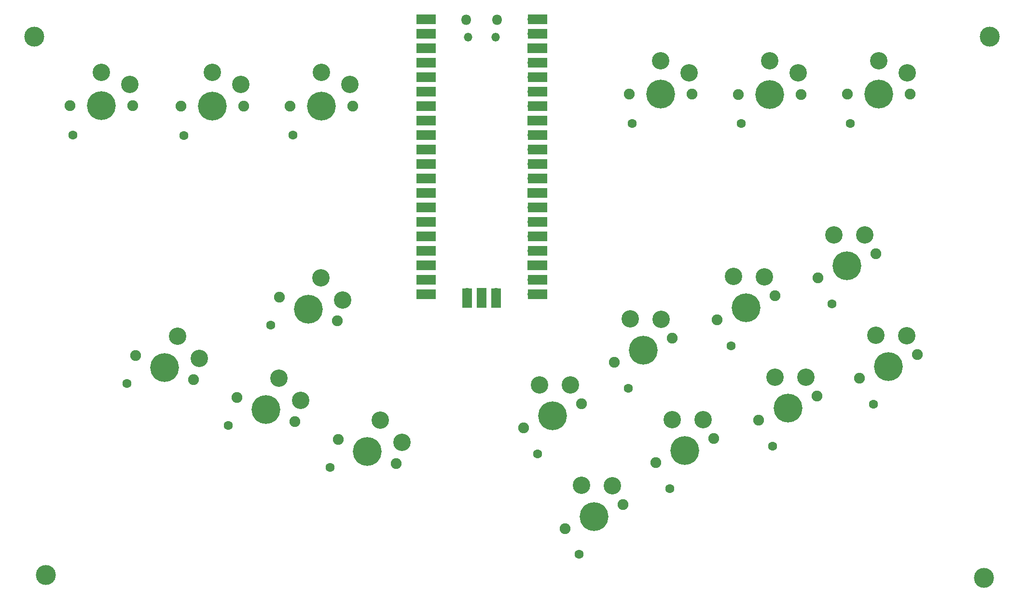
<source format=gbr>
%TF.GenerationSoftware,KiCad,Pcbnew,7.0.5*%
%TF.CreationDate,2023-08-06T16:06:22-05:00*%
%TF.ProjectId,NanoSwap,4e616e6f-5377-4617-902e-6b696361645f,rev?*%
%TF.SameCoordinates,Original*%
%TF.FileFunction,Soldermask,Top*%
%TF.FilePolarity,Negative*%
%FSLAX46Y46*%
G04 Gerber Fmt 4.6, Leading zero omitted, Abs format (unit mm)*
G04 Created by KiCad (PCBNEW 7.0.5) date 2023-08-06 16:06:22*
%MOMM*%
%LPD*%
G01*
G04 APERTURE LIST*
%ADD10C,1.900000*%
%ADD11C,1.600000*%
%ADD12C,3.050000*%
%ADD13C,5.050000*%
%ADD14O,1.800000X1.800000*%
%ADD15O,1.500000X1.500000*%
%ADD16O,1.700000X1.700000*%
%ADD17R,3.500000X1.700000*%
%ADD18R,1.700000X1.700000*%
%ADD19R,1.700000X3.500000*%
%ADD20C,3.500000*%
G04 APERTURE END LIST*
D10*
%TO.C,*%
X153685810Y-51298000D03*
D11*
X154185810Y-56448000D03*
D12*
X159185810Y-45398000D03*
D13*
X159185810Y-51298000D03*
D12*
X164185810Y-47498000D03*
D10*
X164685810Y-51298000D03*
%TD*%
D14*
%TO.C,*%
X125037000Y-38230000D03*
D15*
X125337000Y-41260000D03*
X130187000Y-41260000D03*
D14*
X130487000Y-38230000D03*
D16*
X118872000Y-38100000D03*
D17*
X117972000Y-38100000D03*
D16*
X118872000Y-40640000D03*
D17*
X117972000Y-40640000D03*
D18*
X118872000Y-43180000D03*
D17*
X117972000Y-43180000D03*
D16*
X118872000Y-45720000D03*
D17*
X117972000Y-45720000D03*
D16*
X118872000Y-48260000D03*
D17*
X117972000Y-48260000D03*
D16*
X118872000Y-50800000D03*
D17*
X117972000Y-50800000D03*
D16*
X118872000Y-53340000D03*
D17*
X117972000Y-53340000D03*
D18*
X118872000Y-55880000D03*
D17*
X117972000Y-55880000D03*
D16*
X118872000Y-58420000D03*
D17*
X117972000Y-58420000D03*
D16*
X118872000Y-60960000D03*
D17*
X117972000Y-60960000D03*
D16*
X118872000Y-63500000D03*
D17*
X117972000Y-63500000D03*
D16*
X118872000Y-66040000D03*
D17*
X117972000Y-66040000D03*
D18*
X118872000Y-68580000D03*
D17*
X117972000Y-68580000D03*
D16*
X118872000Y-71120000D03*
D17*
X117972000Y-71120000D03*
D16*
X118872000Y-73660000D03*
D17*
X117972000Y-73660000D03*
D16*
X118872000Y-76200000D03*
D17*
X117972000Y-76200000D03*
D16*
X118872000Y-78740000D03*
D17*
X117972000Y-78740000D03*
D18*
X118872000Y-81280000D03*
D17*
X117972000Y-81280000D03*
D16*
X118872000Y-83820000D03*
D17*
X117972000Y-83820000D03*
D16*
X118872000Y-86360000D03*
D17*
X117972000Y-86360000D03*
D16*
X136652000Y-86360000D03*
D17*
X137552000Y-86360000D03*
D16*
X136652000Y-83820000D03*
D17*
X137552000Y-83820000D03*
D18*
X136652000Y-81280000D03*
D17*
X137552000Y-81280000D03*
D16*
X136652000Y-78740000D03*
D17*
X137552000Y-78740000D03*
D16*
X136652000Y-76200000D03*
D17*
X137552000Y-76200000D03*
D16*
X136652000Y-73660000D03*
D17*
X137552000Y-73660000D03*
D16*
X136652000Y-71120000D03*
D17*
X137552000Y-71120000D03*
D18*
X136652000Y-68580000D03*
D17*
X137552000Y-68580000D03*
D16*
X136652000Y-66040000D03*
D17*
X137552000Y-66040000D03*
D16*
X136652000Y-63500000D03*
D17*
X137552000Y-63500000D03*
D16*
X136652000Y-60960000D03*
D17*
X137552000Y-60960000D03*
D16*
X136652000Y-58420000D03*
D17*
X137552000Y-58420000D03*
D18*
X136652000Y-55880000D03*
D17*
X137552000Y-55880000D03*
D16*
X136652000Y-53340000D03*
D17*
X137552000Y-53340000D03*
D16*
X136652000Y-50800000D03*
D17*
X137552000Y-50800000D03*
D16*
X136652000Y-48260000D03*
D17*
X137552000Y-48260000D03*
D16*
X136652000Y-45720000D03*
D17*
X137552000Y-45720000D03*
D18*
X136652000Y-43180000D03*
D17*
X137552000Y-43180000D03*
D16*
X136652000Y-40640000D03*
D17*
X137552000Y-40640000D03*
D16*
X136652000Y-38100000D03*
D17*
X137552000Y-38100000D03*
D16*
X125222000Y-86130000D03*
D19*
X125222000Y-87030000D03*
D18*
X127762000Y-86130000D03*
D19*
X127762000Y-87030000D03*
D16*
X130302000Y-86130000D03*
D19*
X130302000Y-87030000D03*
%TD*%
D20*
%TO.C,*%
X49276000Y-41148000D03*
%TD*%
D10*
%TO.C,*%
X84833326Y-104502482D03*
D11*
X83324446Y-109451803D03*
D12*
X92172495Y-101156352D03*
D13*
X89914663Y-106607241D03*
D12*
X95988258Y-105009916D03*
D10*
X94996000Y-108712000D03*
%TD*%
D20*
%TO.C,REF\u002A\u002A*%
X51308000Y-135636000D03*
%TD*%
D10*
%TO.C,*%
X142417912Y-127502099D03*
D11*
X144850671Y-132068737D03*
D12*
X145241417Y-119946451D03*
D13*
X147499249Y-125397340D03*
D12*
X150664450Y-119973181D03*
D10*
X152580586Y-123292581D03*
%TD*%
%TO.C,*%
X92227326Y-86881745D03*
D11*
X90718446Y-91831066D03*
D12*
X99566495Y-83535615D03*
D13*
X97308663Y-88986504D03*
D12*
X103382258Y-87389179D03*
D10*
X102390000Y-91091263D03*
%TD*%
D20*
%TO.C,REF\u002A\u002A*%
X215900000Y-136144000D03*
%TD*%
D10*
%TO.C,*%
X94156000Y-53340000D03*
D11*
X94656000Y-58490000D03*
D12*
X99656000Y-47440000D03*
D13*
X99656000Y-53340000D03*
D12*
X104656000Y-49540000D03*
D10*
X105156000Y-53340000D03*
%TD*%
%TO.C,*%
X176384674Y-108494732D03*
D11*
X178817433Y-113061370D03*
D12*
X179208179Y-100939084D03*
D13*
X181466011Y-106389973D03*
D12*
X184631212Y-100965814D03*
D10*
X186547348Y-104285214D03*
%TD*%
%TO.C,*%
X194054663Y-101164759D03*
D11*
X196487422Y-105731397D03*
D12*
X196878168Y-93609111D03*
D13*
X199136000Y-99060000D03*
D12*
X202301201Y-93635841D03*
D10*
X204217337Y-96955241D03*
%TD*%
%TO.C,*%
X67036636Y-97130854D03*
D11*
X65527756Y-102080175D03*
D12*
X74375805Y-93784724D03*
D13*
X72117973Y-99235613D03*
D12*
X78191568Y-97638288D03*
D10*
X77199310Y-101340372D03*
%TD*%
%TO.C,*%
X151029785Y-98303896D03*
D11*
X153462544Y-102870534D03*
D12*
X153853290Y-90748248D03*
D13*
X156111122Y-96199137D03*
D12*
X159276323Y-90774978D03*
D10*
X161192459Y-94094378D03*
%TD*%
%TO.C,*%
X102630490Y-111872981D03*
D11*
X101121610Y-116822302D03*
D12*
X109969659Y-108526851D03*
D13*
X107711827Y-113977740D03*
D12*
X113785422Y-112380415D03*
D10*
X112793164Y-116082499D03*
%TD*%
D20*
%TO.C,REF\u002A\u002A*%
X216916000Y-41148000D03*
%TD*%
D10*
%TO.C,*%
X186746175Y-83520509D03*
D11*
X189178934Y-88087147D03*
D12*
X189569680Y-75964861D03*
D13*
X191827512Y-81415750D03*
D12*
X194992713Y-75991591D03*
D10*
X196908849Y-79310991D03*
%TD*%
%TO.C,*%
X172808000Y-51308000D03*
D11*
X173308000Y-56458000D03*
D12*
X178308000Y-45408000D03*
D13*
X178308000Y-51308000D03*
D12*
X183308000Y-47508000D03*
D10*
X183808000Y-51308000D03*
%TD*%
%TO.C,*%
X158338272Y-115948149D03*
D11*
X160771031Y-120514787D03*
D12*
X161161777Y-108392501D03*
D13*
X163419609Y-113843390D03*
D12*
X166584810Y-108419231D03*
D10*
X168500946Y-111738631D03*
%TD*%
%TO.C,*%
X75026000Y-53350000D03*
D11*
X75526000Y-58500000D03*
D12*
X80526000Y-47450000D03*
D13*
X80526000Y-53350000D03*
D12*
X85526000Y-49550000D03*
D10*
X86026000Y-53350000D03*
%TD*%
%TO.C,*%
X191938000Y-51298000D03*
D11*
X192438000Y-56448000D03*
D12*
X197438000Y-45398000D03*
D13*
X197438000Y-51298000D03*
D12*
X202438000Y-47498000D03*
D10*
X202938000Y-51298000D03*
%TD*%
%TO.C,*%
X169076183Y-90850483D03*
D11*
X171508942Y-95417121D03*
D12*
X171899688Y-83294835D03*
D13*
X174157520Y-88745724D03*
D12*
X177322721Y-83321565D03*
D10*
X179238857Y-86640965D03*
%TD*%
%TO.C,*%
X55501000Y-53330000D03*
D11*
X56001000Y-58480000D03*
D12*
X61001000Y-47430000D03*
D13*
X61001000Y-53330000D03*
D12*
X66001000Y-49530000D03*
D10*
X66501000Y-53330000D03*
%TD*%
%TO.C,*%
X135109424Y-109857847D03*
D11*
X137542183Y-114424485D03*
D12*
X137932929Y-102302199D03*
D13*
X140190761Y-107753088D03*
D12*
X143355962Y-102328929D03*
D10*
X145272098Y-105648329D03*
%TD*%
M02*

</source>
